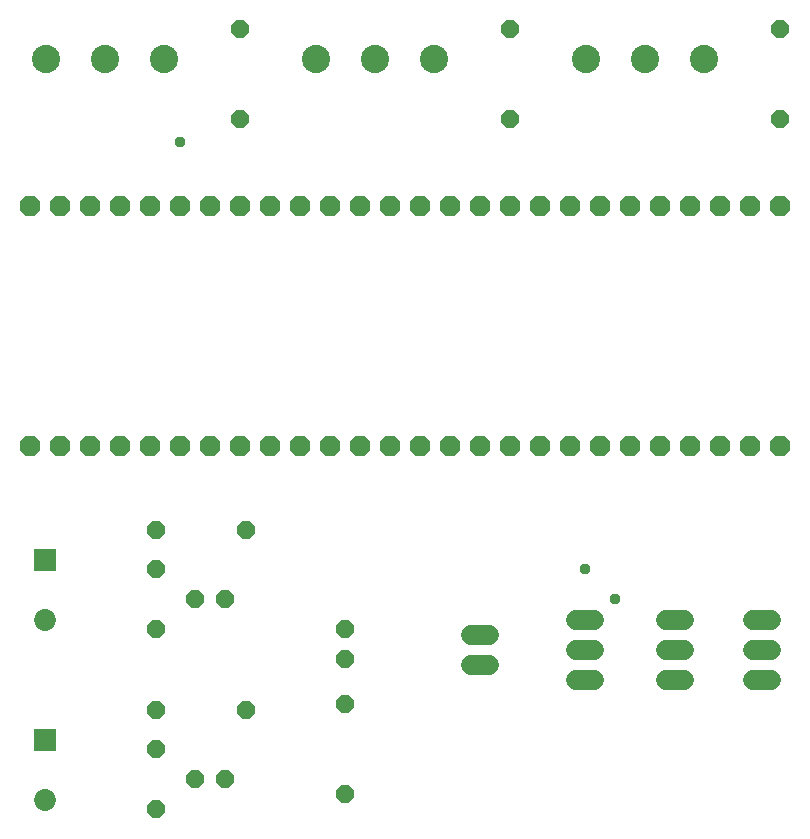
<source format=gbr>
G04 EAGLE Gerber RS-274X export*
G75*
%MOMM*%
%FSLAX34Y34*%
%LPD*%
%INSoldermask Top*%
%IPPOS*%
%AMOC8*
5,1,8,0,0,1.08239X$1,22.5*%
G01*
%ADD10C,1.727200*%
%ADD11P,1.649562X8X112.500000*%
%ADD12R,1.853200X1.853200*%
%ADD13C,1.853200*%
%ADD14P,1.649562X8X292.500000*%
%ADD15C,2.387600*%
%ADD16P,1.852186X8X22.500000*%
%ADD17P,1.649562X8X202.500000*%
%ADD18P,1.649562X8X22.500000*%
%ADD19C,0.959600*%


D10*
X363220Y-182880D02*
X347980Y-182880D01*
X347980Y-157480D02*
X363220Y-157480D01*
X363220Y-132080D02*
X347980Y-132080D01*
X424180Y-182880D02*
X439420Y-182880D01*
X439420Y-157480D02*
X424180Y-157480D01*
X424180Y-132080D02*
X439420Y-132080D01*
X497840Y-182880D02*
X513080Y-182880D01*
X513080Y-157480D02*
X497840Y-157480D01*
X497840Y-132080D02*
X513080Y-132080D01*
D11*
X63500Y292100D03*
X63500Y368300D03*
X292100Y292100D03*
X292100Y368300D03*
X520700Y292100D03*
X520700Y368300D03*
D12*
X-101600Y-233680D03*
D13*
X-101600Y-284480D03*
D12*
X-101600Y-81280D03*
D13*
X-101600Y-132080D03*
D14*
X-7620Y-241300D03*
X-7620Y-292100D03*
X-7620Y-88900D03*
X-7620Y-139700D03*
D15*
X-800Y342900D03*
X-50800Y342900D03*
X-100800Y342900D03*
X227800Y342900D03*
X177800Y342900D03*
X127800Y342900D03*
X456400Y342900D03*
X406400Y342900D03*
X356400Y342900D03*
D10*
X274320Y-170180D02*
X259080Y-170180D01*
X259080Y-144780D02*
X274320Y-144780D01*
D16*
X-114300Y218440D03*
X-88900Y218440D03*
X-63500Y218440D03*
X-38100Y218440D03*
X-12700Y218440D03*
X12700Y218440D03*
X38100Y218440D03*
X63500Y218440D03*
X88900Y218440D03*
X114300Y218440D03*
X139700Y218440D03*
X165100Y218440D03*
X190500Y218440D03*
X215900Y218440D03*
X241300Y218440D03*
X266700Y218440D03*
X292100Y218440D03*
X317500Y218440D03*
X342900Y218440D03*
X368300Y218440D03*
X393700Y218440D03*
X419100Y218440D03*
X444500Y218440D03*
X469900Y218440D03*
X495300Y218440D03*
X520700Y218440D03*
X-114300Y15240D03*
X-88900Y15240D03*
X-63500Y15240D03*
X-38100Y15240D03*
X-12700Y15240D03*
X12700Y15240D03*
X38100Y15240D03*
X63500Y15240D03*
X88900Y15240D03*
X114300Y15240D03*
X139700Y15240D03*
X165100Y15240D03*
X190500Y15240D03*
X215900Y15240D03*
X241300Y15240D03*
X266700Y15240D03*
X292100Y15240D03*
X317500Y15240D03*
X342900Y15240D03*
X368300Y15240D03*
X393700Y15240D03*
X419100Y15240D03*
X444500Y15240D03*
X469900Y15240D03*
X495300Y15240D03*
X520700Y15240D03*
D17*
X68580Y-208280D03*
X-7620Y-208280D03*
D18*
X-7620Y-55880D03*
X68580Y-55880D03*
D17*
X50800Y-266700D03*
X25400Y-266700D03*
X50800Y-114300D03*
X25400Y-114300D03*
D11*
X152400Y-165100D03*
X152400Y-139700D03*
X152400Y-279400D03*
X152400Y-203200D03*
D19*
X12700Y273050D03*
X381000Y-114300D03*
X355600Y-88900D03*
M02*

</source>
